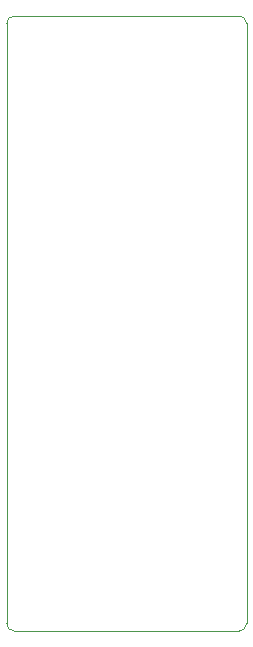
<source format=gm1>
G04 #@! TF.GenerationSoftware,KiCad,Pcbnew,6.0.9-8da3e8f707~116~ubuntu20.04.1*
G04 #@! TF.CreationDate,2023-03-05T00:07:15+01:00*
G04 #@! TF.ProjectId,accl_magn_pmod,6163636c-5f6d-4616-976e-5f706d6f642e,rev?*
G04 #@! TF.SameCoordinates,Original*
G04 #@! TF.FileFunction,Profile,NP*
%FSLAX46Y46*%
G04 Gerber Fmt 4.6, Leading zero omitted, Abs format (unit mm)*
G04 Created by KiCad (PCBNEW 6.0.9-8da3e8f707~116~ubuntu20.04.1) date 2023-03-05 00:07:15*
%MOMM*%
%LPD*%
G01*
G04 APERTURE LIST*
G04 #@! TA.AperFunction,Profile*
%ADD10C,0.100000*%
G04 #@! TD*
G04 APERTURE END LIST*
D10*
X114935000Y-107950000D02*
X133985000Y-107950000D01*
X114300000Y-107315000D02*
X114300000Y-56515000D01*
X134620000Y-56515000D02*
X134620000Y-107315000D01*
X133985000Y-55880000D02*
X114935000Y-55880000D01*
X133985000Y-107950000D02*
G75*
G03*
X134620000Y-107315000I0J635000D01*
G01*
X114300000Y-107315000D02*
G75*
G03*
X114935000Y-107950000I635000J0D01*
G01*
X134620000Y-56515000D02*
G75*
G03*
X133985000Y-55880000I-635000J0D01*
G01*
X114935000Y-55880000D02*
G75*
G03*
X114300000Y-56515000I0J-635000D01*
G01*
M02*

</source>
